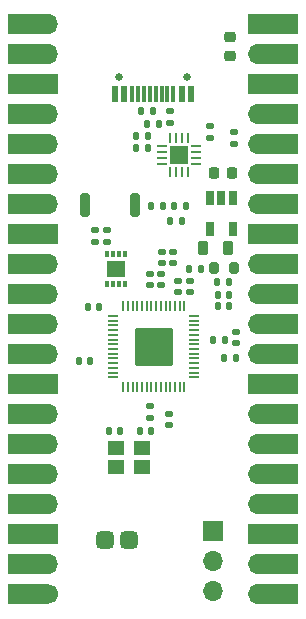
<source format=gts>
G04 #@! TF.GenerationSoftware,KiCad,Pcbnew,(5.99.0-11630-gc5e195bdff)*
G04 #@! TF.CreationDate,2021-08-23T20:37:24+01:00*
G04 #@! TF.ProjectId,EnvPicoLiPo,456e7650-6963-46f4-9c69-506f2e6b6963,REV1*
G04 #@! TF.SameCoordinates,Original*
G04 #@! TF.FileFunction,Soldermask,Top*
G04 #@! TF.FilePolarity,Negative*
%FSLAX46Y46*%
G04 Gerber Fmt 4.6, Leading zero omitted, Abs format (unit mm)*
G04 Created by KiCad (PCBNEW (5.99.0-11630-gc5e195bdff)) date 2021-08-23 20:37:24*
%MOMM*%
%LPD*%
G01*
G04 APERTURE LIST*
G04 Aperture macros list*
%AMRoundRect*
0 Rectangle with rounded corners*
0 $1 Rounding radius*
0 $2 $3 $4 $5 $6 $7 $8 $9 X,Y pos of 4 corners*
0 Add a 4 corners polygon primitive as box body*
4,1,4,$2,$3,$4,$5,$6,$7,$8,$9,$2,$3,0*
0 Add four circle primitives for the rounded corners*
1,1,$1+$1,$2,$3*
1,1,$1+$1,$4,$5*
1,1,$1+$1,$6,$7*
1,1,$1+$1,$8,$9*
0 Add four rect primitives between the rounded corners*
20,1,$1+$1,$2,$3,$4,$5,0*
20,1,$1+$1,$4,$5,$6,$7,0*
20,1,$1+$1,$6,$7,$8,$9,0*
20,1,$1+$1,$8,$9,$2,$3,0*%
G04 Aperture macros list end*
%ADD10RoundRect,0.050000X-0.387500X-0.050000X0.387500X-0.050000X0.387500X0.050000X-0.387500X0.050000X0*%
%ADD11RoundRect,0.050000X-0.050000X-0.387500X0.050000X-0.387500X0.050000X0.387500X-0.050000X0.387500X0*%
%ADD12RoundRect,0.144000X-1.456000X-1.456000X1.456000X-1.456000X1.456000X1.456000X-1.456000X1.456000X0*%
%ADD13RoundRect,0.140000X-0.170000X0.140000X-0.170000X-0.140000X0.170000X-0.140000X0.170000X0.140000X0*%
%ADD14RoundRect,0.140000X0.170000X-0.140000X0.170000X0.140000X-0.170000X0.140000X-0.170000X-0.140000X0*%
%ADD15RoundRect,0.140000X0.140000X0.170000X-0.140000X0.170000X-0.140000X-0.170000X0.140000X-0.170000X0*%
%ADD16RoundRect,0.140000X-0.140000X-0.170000X0.140000X-0.170000X0.140000X0.170000X-0.140000X0.170000X0*%
%ADD17R,1.400000X1.150000*%
%ADD18C,0.650000*%
%ADD19R,0.600000X1.450000*%
%ADD20R,0.300000X1.450000*%
%ADD21RoundRect,0.135000X0.135000X0.185000X-0.135000X0.185000X-0.135000X-0.185000X0.135000X-0.185000X0*%
%ADD22RoundRect,0.087500X0.087500X-0.175000X0.087500X0.175000X-0.087500X0.175000X-0.087500X-0.175000X0*%
%ADD23R,1.600000X1.400000*%
%ADD24RoundRect,0.200000X-0.200000X-0.800000X0.200000X-0.800000X0.200000X0.800000X-0.200000X0.800000X0*%
%ADD25RoundRect,0.147500X-0.172500X0.147500X-0.172500X-0.147500X0.172500X-0.147500X0.172500X0.147500X0*%
%ADD26RoundRect,0.200000X-0.200000X-0.275000X0.200000X-0.275000X0.200000X0.275000X-0.200000X0.275000X0*%
%ADD27RoundRect,0.135000X0.185000X-0.135000X0.185000X0.135000X-0.185000X0.135000X-0.185000X-0.135000X0*%
%ADD28RoundRect,0.225000X0.225000X0.250000X-0.225000X0.250000X-0.225000X-0.250000X0.225000X-0.250000X0*%
%ADD29RoundRect,0.062500X-0.375000X-0.062500X0.375000X-0.062500X0.375000X0.062500X-0.375000X0.062500X0*%
%ADD30RoundRect,0.062500X-0.062500X-0.375000X0.062500X-0.375000X0.062500X0.375000X-0.062500X0.375000X0*%
%ADD31R,1.600000X1.600000*%
%ADD32RoundRect,0.218750X0.218750X0.381250X-0.218750X0.381250X-0.218750X-0.381250X0.218750X-0.381250X0*%
%ADD33R,0.650000X1.220000*%
%ADD34RoundRect,0.218750X0.256250X-0.218750X0.256250X0.218750X-0.256250X0.218750X-0.256250X-0.218750X0*%
%ADD35RoundRect,0.135000X-0.185000X0.135000X-0.185000X-0.135000X0.185000X-0.135000X0.185000X0.135000X0*%
%ADD36RoundRect,0.147500X0.147500X0.172500X-0.147500X0.172500X-0.147500X-0.172500X0.147500X-0.172500X0*%
%ADD37RoundRect,0.135000X-0.135000X-0.185000X0.135000X-0.185000X0.135000X0.185000X-0.135000X0.185000X0*%
%ADD38R,1.700000X1.700000*%
%ADD39O,1.700000X1.700000*%
%ADD40RoundRect,0.375000X-0.375000X-0.375000X0.375000X-0.375000X0.375000X0.375000X-0.375000X0.375000X0*%
%ADD41R,3.500000X1.700000*%
%ADD42C,1.700000*%
G04 APERTURE END LIST*
D10*
X100252500Y-83425000D03*
X100252500Y-83825000D03*
X100252500Y-84225000D03*
X100252500Y-84625000D03*
X100252500Y-85025000D03*
X100252500Y-85425000D03*
X100252500Y-85825000D03*
X100252500Y-86225000D03*
X100252500Y-86625000D03*
X100252500Y-87025000D03*
X100252500Y-87425000D03*
X100252500Y-87825000D03*
X100252500Y-88225000D03*
X100252500Y-88625000D03*
D11*
X101090000Y-89462500D03*
X101490000Y-89462500D03*
X101890000Y-89462500D03*
X102290000Y-89462500D03*
X102690000Y-89462500D03*
X103090000Y-89462500D03*
X103490000Y-89462500D03*
X103890000Y-89462500D03*
X104290000Y-89462500D03*
X104690000Y-89462500D03*
X105090000Y-89462500D03*
X105490000Y-89462500D03*
X105890000Y-89462500D03*
X106290000Y-89462500D03*
D10*
X107127500Y-88625000D03*
X107127500Y-88225000D03*
X107127500Y-87825000D03*
X107127500Y-87425000D03*
X107127500Y-87025000D03*
X107127500Y-86625000D03*
X107127500Y-86225000D03*
X107127500Y-85825000D03*
X107127500Y-85425000D03*
X107127500Y-85025000D03*
X107127500Y-84625000D03*
X107127500Y-84225000D03*
X107127500Y-83825000D03*
X107127500Y-83425000D03*
D11*
X106290000Y-82587500D03*
X105890000Y-82587500D03*
X105490000Y-82587500D03*
X105090000Y-82587500D03*
X104690000Y-82587500D03*
X104290000Y-82587500D03*
X103890000Y-82587500D03*
X103490000Y-82587500D03*
X103090000Y-82587500D03*
X102690000Y-82587500D03*
X102290000Y-82587500D03*
X101890000Y-82587500D03*
X101490000Y-82587500D03*
X101090000Y-82587500D03*
D12*
X103690000Y-86025000D03*
D13*
X105000000Y-91695000D03*
X105000000Y-92655000D03*
D14*
X103335200Y-80820400D03*
X103335200Y-79860400D03*
D15*
X99080000Y-82650000D03*
X98120000Y-82650000D03*
D14*
X98687000Y-77150100D03*
X98687000Y-76190100D03*
D13*
X105334760Y-77983960D03*
X105334760Y-78943960D03*
D16*
X109654840Y-87025680D03*
X110614840Y-87025680D03*
D13*
X103335200Y-91087200D03*
X103335200Y-92047200D03*
D15*
X98318640Y-87254280D03*
X97358640Y-87254280D03*
D14*
X105732960Y-81396980D03*
X105732960Y-80436980D03*
D13*
X104384760Y-77983960D03*
X104384760Y-78943960D03*
D15*
X100869560Y-93172600D03*
X99909560Y-93172600D03*
D17*
X102673200Y-94607800D03*
X100473200Y-94607800D03*
X100473200Y-96207800D03*
X102673200Y-96207800D03*
D18*
X100710000Y-63175000D03*
X106490000Y-63175000D03*
D19*
X106825000Y-64620000D03*
X106050000Y-64620000D03*
D20*
X105350000Y-64620000D03*
X104850000Y-64620000D03*
X104350000Y-64620000D03*
X103850000Y-64620000D03*
X103350000Y-64620000D03*
X102850000Y-64620000D03*
X102350000Y-64620000D03*
X101850000Y-64620000D03*
D19*
X101150000Y-64620000D03*
X100375000Y-64620000D03*
D21*
X109692280Y-85430560D03*
X108672280Y-85430560D03*
X103625000Y-66075000D03*
X102605000Y-66075000D03*
D22*
X99750560Y-80736360D03*
X100250560Y-80736360D03*
X100750560Y-80736360D03*
X101250560Y-80736360D03*
X101250560Y-78161360D03*
X100750560Y-78161360D03*
X100250560Y-78161360D03*
X99750560Y-78161360D03*
D23*
X100500560Y-79448860D03*
D14*
X104300400Y-80836400D03*
X104300400Y-79876400D03*
X99720780Y-77147560D03*
X99720780Y-76187560D03*
D24*
X97871000Y-74006000D03*
X102071000Y-74006000D03*
D25*
X110655480Y-84788080D03*
X110655480Y-85758080D03*
D26*
X108815000Y-79325000D03*
X110465000Y-79325000D03*
D21*
X110097900Y-80593000D03*
X109077900Y-80593000D03*
D14*
X106726100Y-81394440D03*
X106726100Y-80434440D03*
D16*
X109120600Y-82612300D03*
X110080600Y-82612300D03*
X109120600Y-81621700D03*
X110080600Y-81621700D03*
D15*
X103488300Y-93185300D03*
X102528300Y-93185300D03*
D27*
X105062400Y-67109000D03*
X105062400Y-66089000D03*
D28*
X110350200Y-71296600D03*
X108800200Y-71296600D03*
D29*
X104378500Y-69073400D03*
X104378500Y-69573400D03*
X104378500Y-70073400D03*
X104378500Y-70573400D03*
D30*
X105066000Y-71260900D03*
X105566000Y-71260900D03*
X106066000Y-71260900D03*
X106566000Y-71260900D03*
D29*
X107253500Y-70573400D03*
X107253500Y-70073400D03*
X107253500Y-69573400D03*
X107253500Y-69073400D03*
D30*
X106566000Y-68385900D03*
X106066000Y-68385900D03*
X105566000Y-68385900D03*
X105066000Y-68385900D03*
D31*
X105816000Y-69823400D03*
D32*
X110002500Y-77675000D03*
X107877500Y-77675000D03*
D21*
X106050000Y-75425000D03*
X105030000Y-75425000D03*
D33*
X110372800Y-73441000D03*
X109422800Y-73441000D03*
X108472800Y-73441000D03*
X108472800Y-76061000D03*
X110372800Y-76061000D03*
D34*
X110134000Y-61416100D03*
X110134000Y-59841100D03*
D14*
X108490000Y-68339600D03*
X108490000Y-67379600D03*
D35*
X110515000Y-67890000D03*
X110515000Y-68910000D03*
D16*
X102211800Y-69201100D03*
X103171800Y-69201100D03*
D36*
X106392300Y-74116000D03*
X105422300Y-74116000D03*
D21*
X104116200Y-67169100D03*
X103096200Y-67169100D03*
D37*
X102169100Y-68197800D03*
X103189100Y-68197800D03*
X103464500Y-74116000D03*
X104484500Y-74116000D03*
D15*
X107650600Y-79492800D03*
X106690600Y-79492800D03*
D38*
X108740000Y-101675000D03*
D39*
X108740000Y-104215000D03*
X108740000Y-106755000D03*
D40*
X99590000Y-102425000D03*
X101590000Y-102425000D03*
D41*
X114250000Y-58725000D03*
D38*
X112550000Y-58725000D03*
D39*
X112550000Y-61265000D03*
D41*
X114250000Y-61265000D03*
X114250000Y-63805000D03*
D38*
X112550000Y-63805000D03*
D41*
X114250000Y-66345000D03*
D39*
X112550000Y-66345000D03*
D41*
X114250000Y-68885000D03*
D39*
X112550000Y-68885000D03*
D41*
X114250000Y-71425000D03*
D39*
X112550000Y-71425000D03*
D41*
X114250000Y-73965000D03*
D39*
X112550000Y-73965000D03*
D41*
X114250000Y-76505000D03*
D38*
X112550000Y-76505000D03*
D39*
X112550000Y-79045000D03*
D41*
X114250000Y-79045000D03*
D39*
X112550000Y-81585000D03*
D41*
X114250000Y-81585000D03*
D39*
X112550000Y-84125000D03*
D41*
X114250000Y-84125000D03*
X114250000Y-86665000D03*
D39*
X112550000Y-86665000D03*
D38*
X112550000Y-89205000D03*
D41*
X114250000Y-89205000D03*
X114250000Y-91745000D03*
D39*
X112550000Y-91745000D03*
X112550000Y-94285000D03*
D41*
X114250000Y-94285000D03*
X114250000Y-96825000D03*
D39*
X112550000Y-96825000D03*
X112550000Y-99365000D03*
D41*
X114250000Y-99365000D03*
D38*
X112550000Y-101905000D03*
D41*
X114250000Y-101905000D03*
D39*
X112550000Y-104445000D03*
D41*
X114250000Y-104445000D03*
X114250000Y-106985000D03*
D39*
X112550000Y-106985000D03*
D42*
X94750000Y-106985000D03*
D41*
X93050000Y-106985000D03*
D39*
X94750000Y-104445000D03*
D41*
X93050000Y-104445000D03*
X93050000Y-101905000D03*
D38*
X94750000Y-101905000D03*
D39*
X94750000Y-99365000D03*
D41*
X93050000Y-99365000D03*
X93050000Y-96825000D03*
D39*
X94750000Y-96825000D03*
X94750000Y-94285000D03*
D41*
X93050000Y-94285000D03*
X93040000Y-91745000D03*
D39*
X94750000Y-91745000D03*
D38*
X94750000Y-89205000D03*
D41*
X93050000Y-89205000D03*
X93050000Y-86665000D03*
D39*
X94750000Y-86665000D03*
D41*
X93050000Y-84125000D03*
D39*
X94750000Y-84125000D03*
X94750000Y-81585000D03*
D41*
X93050000Y-81585000D03*
X93060000Y-79045000D03*
D39*
X94750000Y-79045000D03*
D41*
X93050000Y-76505000D03*
D38*
X94750000Y-76505000D03*
D41*
X93050000Y-73965000D03*
D39*
X94750000Y-73965000D03*
D41*
X93050000Y-71425000D03*
D39*
X94750000Y-71425000D03*
X94750000Y-68885000D03*
D41*
X93050000Y-68885000D03*
D39*
X94750000Y-66345000D03*
D41*
X93050000Y-66335000D03*
X93050000Y-63805000D03*
D38*
X94750000Y-63805000D03*
D41*
X93050000Y-61255000D03*
D39*
X94750000Y-61265000D03*
X94750000Y-58725000D03*
D41*
X93050000Y-58725000D03*
M02*

</source>
